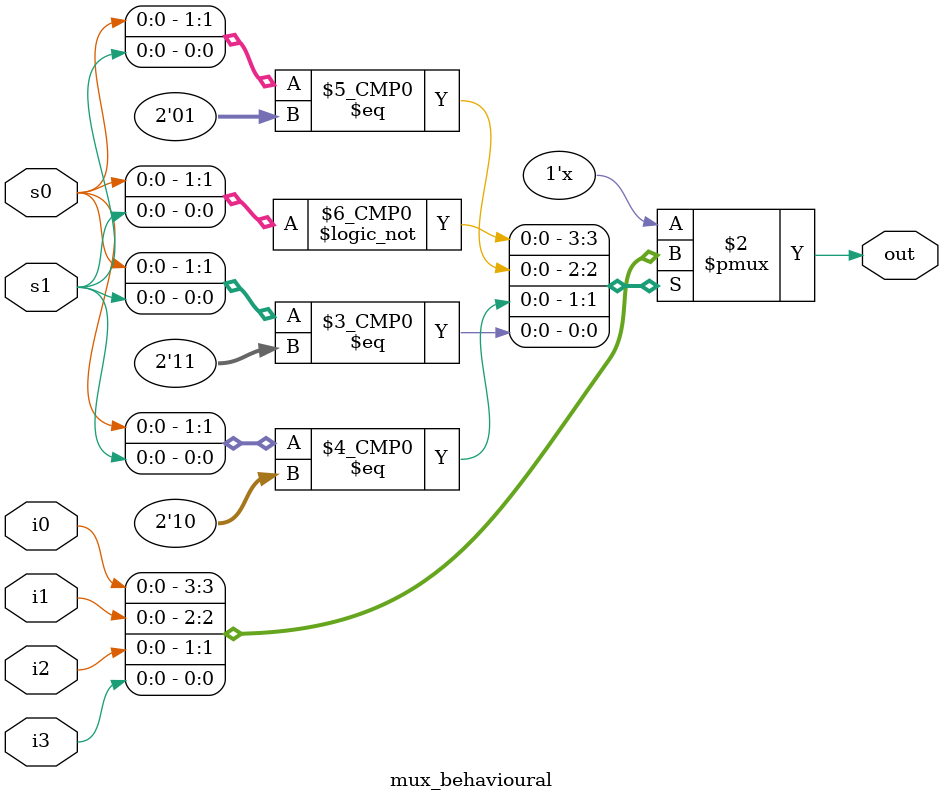
<source format=v>
module mux_behavioural(i0,i1,i2,i3,s0,s1,out);
input i0 ,i1,i2,i3 ,s0,s1;
output out;

reg out;

always @(i0 or i1 or i2 or i3 or s0 or s1)

begin

case ({s0 , s1})

	2'b00 :	out = i0;
	2'b01	:	out = i1;
	2'b10	:	out = i2;
	2'b11	:	out = i3;
	default : out = 0;
	
	endcase
	
end

endmodule

</source>
